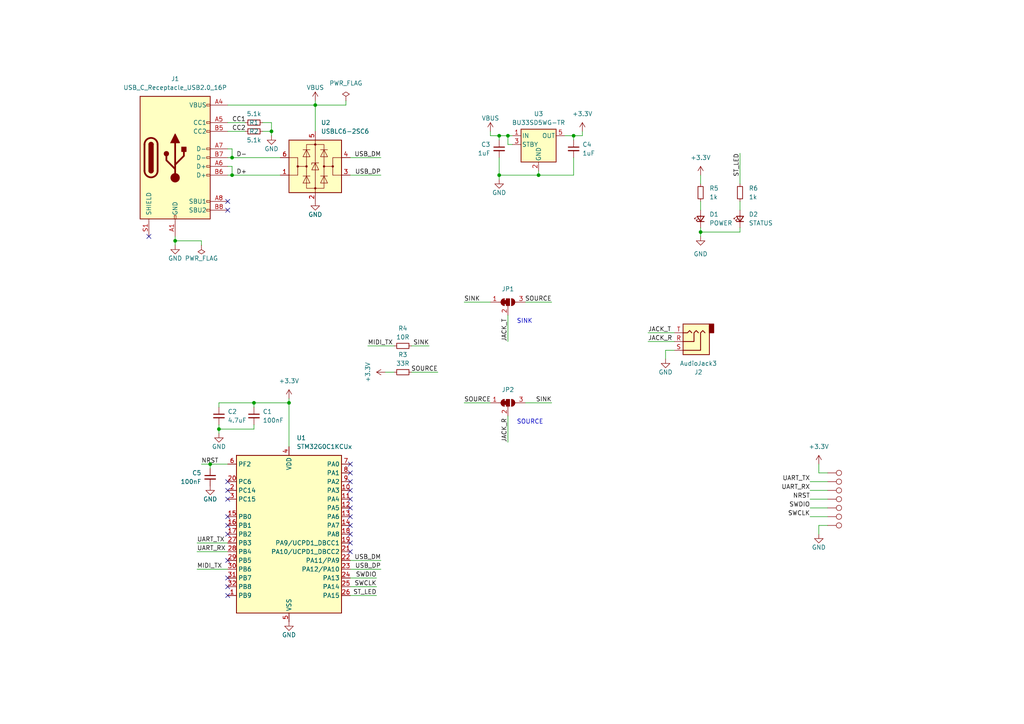
<source format=kicad_sch>
(kicad_sch (version 20230121) (generator eeschema)
  (paper "A4")
  (lib_symbols
    (symbol "Connector:TestPoint" (pin_numbers hide) (pin_names (offset 0.762) hide)
      (property "Reference" "TP" (at 0 6.858 0))
      (property "Value" "TestPoint" (at 0 5.08 0))
      (symbol "TestPoint_0_1"
        (circle (center 0 3.302) (radius 0.762))
      )
      (symbol "TestPoint_1_1"
        (pin passive line (at 0 0 90) (length 2.54) (name "1") (number "1"))
      )
    )
    (symbol "Connector:USB_C_Receptacle_USB2.0_16P" (pin_names (offset 1.016))
      (property "Reference" "J" (at 0 22.225 0))
      (property "Value" "USB_C_Receptacle_USB2.0_16P" (at 0 19.685 0))
      (symbol "USB_C_Receptacle_USB2.0_16P_0_0"
        (rectangle (start -0.254 -17.78) (end 0.254 -16.764))
        (rectangle (start 10.16 -14.986) (end 9.144 -15.494))
        (rectangle (start 10.16 -12.446) (end 9.144 -12.954))
        (rectangle (start 10.16 -4.826) (end 9.144 -5.334))
        (rectangle (start 10.16 -2.286) (end 9.144 -2.794))
        (rectangle (start 10.16 0.254) (end 9.144 -0.254))
        (rectangle (start 10.16 2.794) (end 9.144 2.286))
        (rectangle (start 10.16 7.874) (end 9.144 7.366))
        (rectangle (start 10.16 10.414) (end 9.144 9.906))
        (rectangle (start 10.16 15.494) (end 9.144 14.986))
      )
      (symbol "USB_C_Receptacle_USB2.0_16P_0_1"
        (rectangle (start -10.16 17.78) (end 10.16 -17.78) (stroke (width 0.254)) (fill (type background)))
        (arc (start -8.89 -3.81) (mid -6.985 -5.7067) (end -5.08 -3.81) (stroke (width 0.508)))
        (arc (start -7.62 -3.81) (mid -6.985 -4.4423) (end -6.35 -3.81) (stroke (width 0.254)))
        (arc (start -7.62 -3.81) (mid -6.985 -4.4423) (end -6.35 -3.81) (stroke (width 0.254)) (fill (type outline)))
        (rectangle (start -7.62 -3.81) (end -6.35 3.81) (stroke (width 0.254)) (fill (type outline)))
        (arc (start -6.35 3.81) (mid -6.985 4.4423) (end -7.62 3.81) (stroke (width 0.254)))
        (arc (start -6.35 3.81) (mid -6.985 4.4423) (end -7.62 3.81) (stroke (width 0.254)) (fill (type outline)))
        (arc (start -5.08 3.81) (mid -6.985 5.7067) (end -8.89 3.81) (stroke (width 0.508)))
        (circle (center -2.54 1.143) (radius 0.635) (stroke (width 0.254)) (fill (type outline)))
        (circle (center 0 -5.842) (radius 1.27) (fill (type outline)))
        (polyline (pts (xy -8.89 -3.81) (xy -8.89 3.81)) (stroke (width 0.508)))
        (polyline (pts (xy -5.08 3.81) (xy -5.08 -3.81)) (stroke (width 0.508)))
        (polyline (pts (xy 0 -5.842) (xy 0 4.318)) (stroke (width 0.508)))
        (polyline (pts (xy 0 -3.302) (xy -2.54 -0.762) (xy -2.54 0.508)) (stroke (width 0.508)))
        (polyline (pts (xy 0 -2.032) (xy 2.54 0.508) (xy 2.54 1.778)) (stroke (width 0.508)))
        (polyline (pts (xy -1.27 4.318) (xy 0 6.858) (xy 1.27 4.318) (xy -1.27 4.318)) (stroke (width 0.254)) (fill (type outline)))
        (rectangle (start 1.905 1.778) (end 3.175 3.048) (stroke (width 0.254)) (fill (type outline)))
      )
      (symbol "USB_C_Receptacle_USB2.0_16P_1_1"
        (pin passive line (at 0 -22.86 90) (length 5.08) (name "GND") (number "A1"))
        (pin passive line (at 0 -22.86 90) (length 5.08) hide (name "GND") (number "A12"))
        (pin passive line (at 15.24 15.24 180) (length 5.08) (name "VBUS") (number "A4"))
        (pin bidirectional line (at 15.24 10.16 180) (length 5.08) (name "CC1") (number "A5"))
        (pin bidirectional line (at 15.24 -2.54 180) (length 5.08) (name "D+") (number "A6"))
        (pin bidirectional line (at 15.24 2.54 180) (length 5.08) (name "D-") (number "A7"))
        (pin bidirectional line (at 15.24 -12.7 180) (length 5.08) (name "SBU1") (number "A8"))
        (pin passive line (at 15.24 15.24 180) (length 5.08) hide (name "VBUS") (number "A9"))
        (pin passive line (at 0 -22.86 90) (length 5.08) hide (name "GND") (number "B1"))
        (pin passive line (at 0 -22.86 90) (length 5.08) hide (name "GND") (number "B12"))
        (pin passive line (at 15.24 15.24 180) (length 5.08) hide (name "VBUS") (number "B4"))
        (pin bidirectional line (at 15.24 7.62 180) (length 5.08) (name "CC2") (number "B5"))
        (pin bidirectional line (at 15.24 -5.08 180) (length 5.08) (name "D+") (number "B6"))
        (pin bidirectional line (at 15.24 0 180) (length 5.08) (name "D-") (number "B7"))
        (pin bidirectional line (at 15.24 -15.24 180) (length 5.08) (name "SBU2") (number "B8"))
        (pin passive line (at 15.24 15.24 180) (length 5.08) hide (name "VBUS") (number "B9"))
        (pin passive line (at -7.62 -22.86 90) (length 5.08) (name "SHIELD") (number "S1"))
      )
    )
    (symbol "Connector_Audio:AudioJack3"
      (property "Reference" "J" (at 0 8.89 0))
      (property "Value" "AudioJack3" (at 0 6.35 0))
      (symbol "AudioJack3_0_1"
        (rectangle (start -5.08 -5.08) (end -6.35 -2.54) (stroke (width 0.254)) (fill (type outline)))
        (polyline (pts (xy 0 -2.54) (xy 0.635 -3.175) (xy 1.27 -2.54) (xy 2.54 -2.54)) (stroke (width 0.254)))
        (polyline (pts (xy -1.905 -2.54) (xy -1.27 -3.175) (xy -0.635 -2.54) (xy -0.635 0) (xy 2.54 0)) (stroke (width 0.254)))
        (polyline (pts (xy 2.54 2.54) (xy -2.54 2.54) (xy -2.54 -2.54) (xy -3.175 -3.175) (xy -3.81 -2.54)) (stroke (width 0.254)))
        (rectangle (start 2.54 3.81) (end -5.08 -5.08) (stroke (width 0.254)) (fill (type background)))
      )
      (symbol "AudioJack3_1_1"
        (pin passive line (at 5.08 0 180) (length 2.54) (name "~") (number "R"))
        (pin passive line (at 5.08 2.54 180) (length 2.54) (name "~") (number "S"))
        (pin passive line (at 5.08 -2.54 180) (length 2.54) (name "~") (number "T"))
      )
    )
    (symbol "Device:C_Small" (pin_numbers hide) (pin_names (offset 0.254) hide)
      (property "Reference" "C" (at 0.254 1.778 0))
      (property "Value" "C_Small" (at 0.254 -2.032 0))
      (symbol "C_Small_0_1"
        (polyline (pts (xy -1.524 -0.508) (xy 1.524 -0.508)) (stroke (width 0.3302)))
        (polyline (pts (xy -1.524 0.508) (xy 1.524 0.508)) (stroke (width 0.3048)))
      )
      (symbol "C_Small_1_1"
        (pin passive line (at 0 2.54 270) (length 2.032) (name "~") (number "1"))
        (pin passive line (at 0 -2.54 90) (length 2.032) (name "~") (number "2"))
      )
    )
    (symbol "Device:LED_Small" (pin_numbers hide) (pin_names (offset 0.254) hide)
      (property "Reference" "D" (at -1.27 3.175 0))
      (property "Value" "LED_Small" (at -4.445 -2.54 0))
      (symbol "LED_Small_0_1"
        (polyline (pts (xy -0.762 -1.016) (xy -0.762 1.016)) (stroke (width 0.254)))
        (polyline (pts (xy 1.016 0) (xy -0.762 0)))
        (polyline (pts (xy 0.762 -1.016) (xy -0.762 0) (xy 0.762 1.016) (xy 0.762 -1.016)) (stroke (width 0.254)))
        (polyline (pts (xy 0 0.762) (xy -0.508 1.27) (xy -0.254 1.27) (xy -0.508 1.27) (xy -0.508 1.016)))
        (polyline (pts (xy 0.508 1.27) (xy 0 1.778) (xy 0.254 1.778) (xy 0 1.778) (xy 0 1.524)))
      )
      (symbol "LED_Small_1_1"
        (pin passive line (at -2.54 0 0) (length 1.778) (name "K") (number "1"))
        (pin passive line (at 2.54 0 180) (length 1.778) (name "A") (number "2"))
      )
    )
    (symbol "Device:R_Small" (pin_numbers hide) (pin_names (offset 0.254) hide)
      (property "Reference" "R" (at 0.762 0.508 0))
      (property "Value" "R_Small" (at 0.762 -1.016 0))
      (symbol "R_Small_0_1"
        (rectangle (start -0.762 1.778) (end 0.762 -1.778) (stroke (width 0.2032)))
      )
      (symbol "R_Small_1_1"
        (pin passive line (at 0 2.54 270) (length 0.762) (name "~") (number "1"))
        (pin passive line (at 0 -2.54 90) (length 0.762) (name "~") (number "2"))
      )
    )
    (symbol "Jumper:SolderJumper_3_Bridged12" (pin_names (offset 0) hide)
      (property "Reference" "JP" (at -2.54 -2.54 0))
      (property "Value" "SolderJumper_3_Bridged12" (at 0 2.794 0))
      (symbol "SolderJumper_3_Bridged12_0_1"
        (rectangle (start -1.016 0.508) (end -0.508 -0.508) (fill (type outline)))
        (arc (start -1.016 1.016) (mid -2.0276 0) (end -1.016 -1.016))
        (arc (start -1.016 1.016) (mid -2.0276 0) (end -1.016 -1.016) (fill (type outline)))
        (rectangle (start -0.508 1.016) (end 0.508 -1.016) (fill (type outline)))
        (polyline (pts (xy -2.54 0) (xy -2.032 0)))
        (polyline (pts (xy -1.016 1.016) (xy -1.016 -1.016)))
        (polyline (pts (xy 0 -1.27) (xy 0 -1.016)))
        (polyline (pts (xy 1.016 1.016) (xy 1.016 -1.016)))
        (polyline (pts (xy 2.54 0) (xy 2.032 0)))
        (arc (start 1.016 -1.016) (mid 2.0276 0) (end 1.016 1.016))
        (arc (start 1.016 -1.016) (mid 2.0276 0) (end 1.016 1.016) (fill (type outline)))
      )
      (symbol "SolderJumper_3_Bridged12_1_1"
        (pin passive line (at -5.08 0 0) (length 2.54) (name "A") (number "1"))
        (pin passive line (at 0 -3.81 90) (length 2.54) (name "C") (number "2"))
        (pin passive line (at 5.08 0 180) (length 2.54) (name "B") (number "3"))
      )
    )
    (symbol "MCU_ST_STM32G0:STM32G0C1KCUx"
      (property "Reference" "U" (at -15.24 24.13 0))
      (property "Value" "STM32G0C1KCUx" (at 2.54 24.13 0))
      (symbol "STM32G0C1KCUx_0_1"
        (rectangle (start -15.24 -22.86) (end 15.24 22.86) (stroke (width 0.254)) (fill (type background)))
      )
      (symbol "STM32G0C1KCUx_1_1"
        (pin bidirectional line (at -17.78 -17.78 0) (length 2.54) (name "PB9") (number "1"))
        (pin bidirectional line (at 17.78 12.7 180) (length 2.54) (name "PA3") (number "10"))
        (pin bidirectional line (at 17.78 10.16 180) (length 2.54) (name "PA4") (number "11"))
        (pin bidirectional line (at 17.78 7.62 180) (length 2.54) (name "PA5") (number "12"))
        (pin bidirectional line (at 17.78 5.08 180) (length 2.54) (name "PA6") (number "13"))
        (pin bidirectional line (at 17.78 2.54 180) (length 2.54) (name "PA7") (number "14"))
        (pin bidirectional line (at -17.78 5.08 0) (length 2.54) (name "PB0") (number "15"))
        (pin bidirectional line (at -17.78 2.54 0) (length 2.54) (name "PB1") (number "16"))
        (pin bidirectional line (at -17.78 0 0) (length 2.54) (name "PB2") (number "17"))
        (pin bidirectional line (at 17.78 0 180) (length 2.54) (name "PA8") (number "18"))
        (pin bidirectional line (at 17.78 -2.54 180) (length 2.54) (name "PA9/UCPD1_DBCC1") (number "19"))
        (pin bidirectional line (at -17.78 12.7 0) (length 2.54) (name "PC14") (number "2"))
        (pin bidirectional line (at -17.78 15.24 0) (length 2.54) (name "PC6") (number "20"))
        (pin bidirectional line (at 17.78 -5.08 180) (length 2.54) (name "PA10/UCPD1_DBCC2") (number "21"))
        (pin bidirectional line (at 17.78 -7.62 180) (length 2.54) (name "PA11/PA9") (number "22"))
        (pin bidirectional line (at 17.78 -10.16 180) (length 2.54) (name "PA12/PA10") (number "23"))
        (pin bidirectional line (at 17.78 -12.7 180) (length 2.54) (name "PA13") (number "24"))
        (pin bidirectional line (at 17.78 -15.24 180) (length 2.54) (name "PA14") (number "25"))
        (pin bidirectional line (at 17.78 -17.78 180) (length 2.54) (name "PA15") (number "26"))
        (pin bidirectional line (at -17.78 -2.54 0) (length 2.54) (name "PB3") (number "27"))
        (pin bidirectional line (at -17.78 -5.08 0) (length 2.54) (name "PB4") (number "28"))
        (pin bidirectional line (at -17.78 -7.62 0) (length 2.54) (name "PB5") (number "29"))
        (pin bidirectional line (at -17.78 10.16 0) (length 2.54) (name "PC15") (number "3"))
        (pin bidirectional line (at -17.78 -10.16 0) (length 2.54) (name "PB6") (number "30"))
        (pin bidirectional line (at -17.78 -12.7 0) (length 2.54) (name "PB7") (number "31"))
        (pin bidirectional line (at -17.78 -15.24 0) (length 2.54) (name "PB8") (number "32"))
        (pin passive line (at 0 -25.4 90) (length 2.54) hide (name "VSS") (number "33"))
        (pin power_in line (at 0 25.4 270) (length 2.54) (name "VDD") (number "4"))
        (pin power_in line (at 0 -25.4 90) (length 2.54) (name "VSS") (number "5"))
        (pin bidirectional line (at -17.78 20.32 0) (length 2.54) (name "PF2") (number "6"))
        (pin bidirectional line (at 17.78 20.32 180) (length 2.54) (name "PA0") (number "7"))
        (pin bidirectional line (at 17.78 17.78 180) (length 2.54) (name "PA1") (number "8"))
        (pin bidirectional line (at 17.78 15.24 180) (length 2.54) (name "PA2") (number "9"))
      )
    )
    (symbol "Power_Protection:USBLC6-2SC6" (pin_names hide)
      (property "Reference" "U" (at 2.54 8.89 0))
      (property "Value" "USBLC6-2SC6" (at 2.54 -8.89 0))
      (symbol "USBLC6-2SC6_0_1"
        (rectangle (start -7.62 -7.62) (end 7.62 7.62) (stroke (width 0.254)) (fill (type background)))
        (circle (center -5.08 0) (radius 0.254) (fill (type outline)))
        (circle (center -2.54 0) (radius 0.254) (fill (type outline)))
        (rectangle (start -2.54 6.35) (end 2.54 -6.35))
        (circle (center 0 -6.35) (radius 0.254) (fill (type outline)))
        (polyline (pts (xy -5.08 -2.54) (xy -7.62 -2.54)))
        (polyline (pts (xy -5.08 0) (xy -5.08 -2.54)))
        (polyline (pts (xy -5.08 2.54) (xy -7.62 2.54)))
        (polyline (pts (xy -1.524 -2.794) (xy -3.556 -2.794)))
        (polyline (pts (xy -1.524 4.826) (xy -3.556 4.826)))
        (polyline (pts (xy 0 -7.62) (xy 0 -6.35)))
        (polyline (pts (xy 0 -6.35) (xy 0 1.27)))
        (polyline (pts (xy 0 1.27) (xy 0 6.35)))
        (polyline (pts (xy 0 6.35) (xy 0 7.62)))
        (polyline (pts (xy 1.524 -2.794) (xy 3.556 -2.794)))
        (polyline (pts (xy 1.524 4.826) (xy 3.556 4.826)))
        (polyline (pts (xy 5.08 -2.54) (xy 7.62 -2.54)))
        (polyline (pts (xy 5.08 0) (xy 5.08 -2.54)))
        (polyline (pts (xy 5.08 2.54) (xy 7.62 2.54)))
        (polyline (pts (xy -2.54 0) (xy -5.08 0) (xy -5.08 2.54)))
        (polyline (pts (xy 2.54 0) (xy 5.08 0) (xy 5.08 2.54)))
        (polyline (pts (xy -3.556 -4.826) (xy -1.524 -4.826) (xy -2.54 -2.794) (xy -3.556 -4.826)))
        (polyline (pts (xy -3.556 2.794) (xy -1.524 2.794) (xy -2.54 4.826) (xy -3.556 2.794)))
        (polyline (pts (xy -1.016 -1.016) (xy 1.016 -1.016) (xy 0 1.016) (xy -1.016 -1.016)))
        (polyline (pts (xy 1.016 1.016) (xy 0.762 1.016) (xy -1.016 1.016) (xy -1.016 0.508)))
        (polyline (pts (xy 3.556 -4.826) (xy 1.524 -4.826) (xy 2.54 -2.794) (xy 3.556 -4.826)))
        (polyline (pts (xy 3.556 2.794) (xy 1.524 2.794) (xy 2.54 4.826) (xy 3.556 2.794)))
        (circle (center 0 6.35) (radius 0.254) (fill (type outline)))
        (circle (center 2.54 0) (radius 0.254) (fill (type outline)))
        (circle (center 5.08 0) (radius 0.254) (fill (type outline)))
      )
      (symbol "USBLC6-2SC6_1_1"
        (pin passive line (at -10.16 -2.54 0) (length 2.54) (name "I/O1") (number "1"))
        (pin passive line (at 0 -10.16 90) (length 2.54) (name "GND") (number "2"))
        (pin passive line (at 10.16 -2.54 180) (length 2.54) (name "I/O2") (number "3"))
        (pin passive line (at 10.16 2.54 180) (length 2.54) (name "I/O2") (number "4"))
        (pin passive line (at 0 10.16 270) (length 2.54) (name "VBUS") (number "5"))
        (pin passive line (at -10.16 2.54 0) (length 2.54) (name "I/O1") (number "6"))
      )
    )
    (symbol "WITNS_ROHM:BU33SD5WG-TR" (pin_names (offset 0.254))
      (property "Reference" "U?" (at 0 10.16 0))
      (property "Value" "BU33SD5WG-TR" (at 0 7.62 0))
      (symbol "BU33SD5WG-TR_0_1"
        (rectangle (start -5.08 4.445) (end 5.08 -5.08) (stroke (width 0.254)) (fill (type background)))
      )
      (symbol "BU33SD5WG-TR_1_1"
        (pin power_in line (at -7.62 2.54 0) (length 2.54) (name "IN") (number "1"))
        (pin power_in line (at 0 -7.62 90) (length 2.54) (name "GND") (number "2"))
        (pin input line (at -7.62 0 0) (length 2.54) (name "STBY") (number "3"))
        (pin no_connect line (at 5.08 0 180) (length 2.54) hide (name "NC") (number "4"))
        (pin power_out line (at 7.62 2.54 180) (length 2.54) (name "OUT") (number "5"))
      )
    )
    (symbol "power:+3.3V" (power) (pin_names (offset 0))
      (property "Value" "+3.3V" (at 0 3.556 0))
      (symbol "+3.3V_0_1"
        (polyline (pts (xy -0.762 1.27) (xy 0 2.54)))
        (polyline (pts (xy 0 0) (xy 0 2.54)))
        (polyline (pts (xy 0 2.54) (xy 0.762 1.27)))
      )
      (symbol "+3.3V_1_1"
        (pin power_in line (at 0 0 90) (length 0) hide (name "+3.3V") (number "1"))
      )
    )
    (symbol "power:GND" (power) (pin_names (offset 0))
      (property "Value" "GND" (at 0 -3.81 0))
      (symbol "GND_0_1"
        (polyline (pts (xy 0 0) (xy 0 -1.27) (xy 1.27 -1.27) (xy 0 -2.54) (xy -1.27 -1.27) (xy 0 -1.27)))
      )
      (symbol "GND_1_1"
        (pin power_in line (at 0 0 270) (length 0) hide (name "GND") (number "1"))
      )
    )
    (symbol "power:PWR_FLAG" (power) (pin_numbers hide) (pin_names (offset 0) hide)
      (property "Value" "PWR_FLAG" (at 0 3.81 0))
      (symbol "PWR_FLAG_0_0"
        (pin power_out line (at 0 0 90) (length 0) (name "pwr") (number "1"))
      )
      (symbol "PWR_FLAG_0_1"
        (polyline (pts (xy 0 0) (xy 0 1.27) (xy -1.016 1.905) (xy 0 2.54) (xy 1.016 1.905) (xy 0 1.27)))
      )
    )
    (symbol "power:VBUS" (power) (pin_names (offset 0))
      (property "Value" "VBUS" (at 0 3.81 0))
      (symbol "VBUS_0_1"
        (polyline (pts (xy -0.762 1.27) (xy 0 2.54)))
        (polyline (pts (xy 0 0) (xy 0 2.54)))
        (polyline (pts (xy 0 2.54) (xy 0.762 1.27)))
      )
      (symbol "VBUS_1_1"
        (pin power_in line (at 0 0 90) (length 0) hide (name "VBUS") (number "1"))
      )
    )
  )
  (junction (at 83.82 116.84))
  (junction (at 156.21 50.8))
  (junction (at 63.5 124.46))
  (junction (at 144.78 39.37))
  (junction (at 147.32 39.37))
  (junction (at 91.44 30.48))
  (junction (at 203.2 67.31))
  (junction (at 50.8 69.85))
  (junction (at 67.31 50.8))
  (junction (at 144.78 50.8))
  (junction (at 78.74 38.1))
  (junction (at 73.66 116.84))
  (junction (at 60.96 134.62))
  (junction (at 67.31 45.72))
  (junction (at 166.37 39.37))
  (no_connect (at 101.6 137.16))
  (no_connect (at 66.04 149.86))
  (no_connect (at 66.04 152.4))
  (no_connect (at 66.04 60.96))
  (no_connect (at 66.04 167.64))
  (no_connect (at 101.6 147.32))
  (no_connect (at 66.04 142.24))
  (no_connect (at 66.04 162.56))
  (no_connect (at 66.04 139.7))
  (no_connect (at 43.18 68.58))
  (no_connect (at 101.6 154.94))
  (no_connect (at 101.6 139.7))
  (no_connect (at 101.6 142.24))
  (no_connect (at 101.6 157.48))
  (no_connect (at 66.04 172.72))
  (no_connect (at 66.04 144.78))
  (no_connect (at 66.04 170.18))
  (no_connect (at 66.04 58.42))
  (no_connect (at 101.6 152.4))
  (no_connect (at 101.6 160.02))
  (no_connect (at 101.6 134.62))
  (no_connect (at 101.6 144.78))
  (no_connect (at 101.6 149.86))
  (no_connect (at 66.04 154.94))
  (wire (pts (xy 156.21 50.8) (xy 166.37 50.8)))
  (wire (pts (xy 119.38 107.95) (xy 127 107.95)))
  (wire (pts (xy 57.15 157.48) (xy 66.04 157.48)))
  (wire (pts (xy 66.04 50.8) (xy 67.31 50.8)))
  (wire (pts (xy 152.4 87.63) (xy 160.02 87.63)))
  (wire (pts (xy 147.32 91.44) (xy 147.32 99.06)))
  (wire (pts (xy 203.2 67.31) (xy 203.2 68.58)))
  (wire (pts (xy 101.6 170.18) (xy 109.22 170.18)))
  (wire (pts (xy 66.04 35.56) (xy 71.12 35.56)))
  (wire (pts (xy 142.24 39.37) (xy 144.78 39.37)))
  (wire (pts (xy 101.6 172.72) (xy 109.22 172.72)))
  (wire (pts (xy 166.37 39.37) (xy 166.37 40.64)))
  (wire (pts (xy 214.63 44.45) (xy 214.63 53.34)))
  (wire (pts (xy 156.21 50.8) (xy 144.78 50.8)))
  (wire (pts (xy 73.66 116.84) (xy 63.5 116.84)))
  (wire (pts (xy 187.96 96.52) (xy 195.58 96.52)))
  (wire (pts (xy 78.74 35.56) (xy 76.2 35.56)))
  (wire (pts (xy 203.2 58.42) (xy 203.2 60.96)))
  (wire (pts (xy 66.04 43.18) (xy 67.31 43.18)))
  (wire (pts (xy 234.95 149.86) (xy 240.03 149.86)))
  (wire (pts (xy 78.74 38.1) (xy 78.74 35.56)))
  (wire (pts (xy 144.78 50.8) (xy 144.78 45.72)))
  (wire (pts (xy 66.04 45.72) (xy 67.31 45.72)))
  (wire (pts (xy 237.49 134.62) (xy 237.49 137.16)))
  (wire (pts (xy 67.31 48.26) (xy 67.31 50.8)))
  (wire (pts (xy 237.49 154.94) (xy 237.49 152.4)))
  (wire (pts (xy 134.62 87.63) (xy 142.24 87.63)))
  (wire (pts (xy 63.5 123.19) (xy 63.5 124.46)))
  (wire (pts (xy 66.04 30.48) (xy 91.44 30.48)))
  (wire (pts (xy 83.82 115.57) (xy 83.82 116.84)))
  (wire (pts (xy 67.31 43.18) (xy 67.31 45.72)))
  (wire (pts (xy 60.96 134.62) (xy 60.96 135.89)))
  (wire (pts (xy 78.74 39.37) (xy 78.74 38.1)))
  (wire (pts (xy 100.33 30.48) (xy 91.44 30.48)))
  (wire (pts (xy 63.5 124.46) (xy 63.5 125.73)))
  (wire (pts (xy 234.95 142.24) (xy 240.03 142.24)))
  (wire (pts (xy 58.42 69.85) (xy 50.8 69.85)))
  (wire (pts (xy 193.04 101.6) (xy 195.58 101.6)))
  (wire (pts (xy 66.04 38.1) (xy 71.12 38.1)))
  (wire (pts (xy 83.82 116.84) (xy 73.66 116.84)))
  (wire (pts (xy 76.2 38.1) (xy 78.74 38.1)))
  (wire (pts (xy 111.76 107.95) (xy 114.3 107.95)))
  (wire (pts (xy 203.2 50.8) (xy 203.2 53.34)))
  (wire (pts (xy 152.4 116.84) (xy 160.02 116.84)))
  (wire (pts (xy 57.15 165.1) (xy 66.04 165.1)))
  (wire (pts (xy 66.04 48.26) (xy 67.31 48.26)))
  (wire (pts (xy 144.78 39.37) (xy 144.78 40.64)))
  (wire (pts (xy 193.04 104.14) (xy 193.04 101.6)))
  (wire (pts (xy 203.2 66.04) (xy 203.2 67.31)))
  (wire (pts (xy 119.38 100.33) (xy 124.46 100.33)))
  (wire (pts (xy 166.37 39.37) (xy 168.91 39.37)))
  (wire (pts (xy 58.42 134.62) (xy 60.96 134.62)))
  (wire (pts (xy 214.63 67.31) (xy 214.63 66.04)))
  (wire (pts (xy 147.32 39.37) (xy 144.78 39.37)))
  (wire (pts (xy 234.95 139.7) (xy 240.03 139.7)))
  (wire (pts (xy 168.91 39.37) (xy 168.91 38.1)))
  (wire (pts (xy 144.78 50.8) (xy 144.78 52.07)))
  (wire (pts (xy 67.31 45.72) (xy 81.28 45.72)))
  (wire (pts (xy 63.5 124.46) (xy 73.66 124.46)))
  (wire (pts (xy 106.68 100.33) (xy 114.3 100.33)))
  (wire (pts (xy 101.6 45.72) (xy 110.49 45.72)))
  (wire (pts (xy 100.33 29.21) (xy 100.33 30.48)))
  (wire (pts (xy 142.24 39.37) (xy 142.24 38.1)))
  (wire (pts (xy 67.31 50.8) (xy 81.28 50.8)))
  (wire (pts (xy 50.8 71.12) (xy 50.8 69.85)))
  (wire (pts (xy 147.32 120.65) (xy 147.32 128.27)))
  (wire (pts (xy 73.66 124.46) (xy 73.66 123.19)))
  (wire (pts (xy 73.66 116.84) (xy 73.66 118.11)))
  (wire (pts (xy 156.21 50.8) (xy 156.21 49.53)))
  (wire (pts (xy 214.63 58.42) (xy 214.63 60.96)))
  (wire (pts (xy 83.82 116.84) (xy 83.82 129.54)))
  (wire (pts (xy 101.6 50.8) (xy 110.49 50.8)))
  (wire (pts (xy 147.32 39.37) (xy 148.59 39.37)))
  (wire (pts (xy 50.8 69.85) (xy 50.8 68.58)))
  (wire (pts (xy 237.49 152.4) (xy 240.03 152.4)))
  (wire (pts (xy 60.96 134.62) (xy 66.04 134.62)))
  (wire (pts (xy 101.6 167.64) (xy 109.22 167.64)))
  (wire (pts (xy 147.32 41.91) (xy 147.32 39.37)))
  (wire (pts (xy 166.37 50.8) (xy 166.37 45.72)))
  (wire (pts (xy 237.49 137.16) (xy 240.03 137.16)))
  (wire (pts (xy 163.83 39.37) (xy 166.37 39.37)))
  (wire (pts (xy 234.95 147.32) (xy 240.03 147.32)))
  (wire (pts (xy 101.6 165.1) (xy 110.49 165.1)))
  (wire (pts (xy 63.5 116.84) (xy 63.5 118.11)))
  (wire (pts (xy 57.15 160.02) (xy 66.04 160.02)))
  (wire (pts (xy 187.96 99.06) (xy 195.58 99.06)))
  (wire (pts (xy 234.95 144.78) (xy 240.03 144.78)))
  (wire (pts (xy 91.44 30.48) (xy 91.44 38.1)))
  (wire (pts (xy 101.6 162.56) (xy 110.49 162.56)))
  (wire (pts (xy 203.2 67.31) (xy 214.63 67.31)))
  (wire (pts (xy 91.44 30.48) (xy 91.44 29.21)))
  (wire (pts (xy 58.42 71.12) (xy 58.42 69.85)))
  (wire (pts (xy 148.59 41.91) (xy 147.32 41.91)))
  (wire (pts (xy 134.62 116.84) (xy 142.24 116.84)))
  (text "SOURCE" (at 149.86 123.19 0) (effects (font (size 1.27 1.27)) (justify left bottom)))
  (text "SINK" (at 149.86 93.98 0) (effects (font (size 1.27 1.27)) (justify left bottom)))
  (label "SOURCE" (at 160.02 87.63 180))
  (label "SWDIO" (at 234.95 147.32 180))
  (label "MIDI_TX" (at 106.68 100.33 0))
  (label "JACK_T" (at 187.96 96.52 0))
  (label "UART_RX" (at 234.95 142.24 180))
  (label "ST_LED" (at 109.22 172.72 180))
  (label "USB_DM" (at 110.49 162.56 180))
  (label "USB_DM" (at 110.49 45.72 180))
  (label "UART_RX" (at 57.15 160.02 0))
  (label "NRST" (at 234.95 144.78 180))
  (label "ST_LED" (at 214.63 44.45 270))
  (label "JACK_R" (at 147.32 128.27 90))
  (label "JACK_R" (at 187.96 99.06 0))
  (label "SWCLK" (at 234.95 149.86 180))
  (label "SOURCE" (at 134.62 116.84 0))
  (label "JACK_T" (at 147.32 99.06 90))
  (label "NRST" (at 58.42 134.62 0))
  (label "MIDI_TX" (at 57.15 165.1 0))
  (label "SINK" (at 134.62 87.63 0))
  (label "SWCLK" (at 109.22 170.18 180))
  (label "SWDIO" (at 109.22 167.64 180))
  (label "SINK" (at 160.02 116.84 180))
  (label "UART_TX" (at 234.95 139.7 180))
  (label "SINK" (at 124.46 100.33 180))
  (label "USB_DP" (at 110.49 165.1 180))
  (label "SOURCE" (at 127 107.95 180))
  (label "UART_TX" (at 57.15 157.48 0))
  (label "D-" (at 68.58 45.72 0))
  (label "CC1" (at 67.31 35.56 0))
  (label "CC2" (at 67.31 38.1 0))
  (label "D+" (at 68.58 50.8 0))
  (label "USB_DP" (at 110.49 50.8 180))
  (symbol (lib_id "Device:C_Small") (at 144.78 43.18 0) (unit 1)
    (property "Reference" "C3" (at 142.24 41.91 0) (effects (justify right)))
    (property "Value" "1uF" (at 142.24 44.45 0) (effects (justify right)))
    (property "Footprint" "Capacitor_SMD:C_0402_1005Metric" (effects hide))
  )
  (symbol (lib_id "Device:C_Small") (at 63.5 120.65 0) (unit 1)
    (property "Reference" "C2" (at 66.04 119.3863 0) (effects (justify left)))
    (property "Value" "4.7uF" (at 66.04 121.9263 0) (effects (justify left)))
    (property "Footprint" "Capacitor_SMD:C_0402_1005Metric" (effects hide))
  )
  (symbol (lib_id "power:VBUS") (at 142.24 38.1 0) (unit 1)
    (property "Reference" "#PWR07" (effects hide))
    (property "Value" "VBUS" (at 142.24 34.29 0))
  )
  (symbol (lib_id "Connector:TestPoint") (at 240.03 147.32 270) (unit 1)
    (property "Reference" "TP4" (effects hide))
    (property "Value" "TestPoint" (effects hide))
    (property "Footprint" "TestPoint:TestPoint_Pad_D1.0mm" (effects hide))
  )
  (symbol (lib_id "Connector:TestPoint") (at 240.03 149.86 270) (unit 1)
    (property "Reference" "TP5" (effects hide))
    (property "Value" "TestPoint" (effects hide))
    (property "Footprint" "TestPoint:TestPoint_Pad_D1.0mm" (effects hide))
  )
  (symbol (lib_id "WITNS_ROHM:BU33SD5WG-TR") (at 156.21 41.91 0) (unit 1)
    (property "Reference" "U3" (at 156.21 33.02 0))
    (property "Value" "BU33SD5WG-TR" (at 156.21 35.56 0))
    (property "Footprint" "Package_TO_SOT_SMD:SOT-23-5" (effects hide))
    (property "Datasheet" "https://fscdn.rohm.com/en/products/databook/datasheet/ic/power/linear_regulator/buxxsd5wg-e.pdf" (effects hide))
  )
  (symbol (lib_id "Device:C_Small") (at 73.66 120.65 0) (unit 1)
    (property "Reference" "C1" (at 76.2 119.3863 0) (effects (justify left)))
    (property "Value" "100nF" (at 76.2 121.9263 0) (effects (justify left)))
    (property "Footprint" "Capacitor_SMD:C_0402_1005Metric" (effects hide))
  )
  (symbol (lib_id "Device:R_Small") (at 116.84 107.95 90) (unit 1)
    (property "Reference" "R3" (at 116.84 102.87 90))
    (property "Value" "33R" (at 116.84 105.41 90))
    (property "Footprint" "Resistor_SMD:R_0805_2012Metric" (effects hide))
  )
  (symbol (lib_id "MCU_ST_STM32G0:STM32G0C1KCUx") (at 83.82 154.94 0) (unit 1)
    (property "Reference" "U1" (at 86.0141 127 0) (effects (justify left)))
    (property "Value" "STM32G0C1KCUx" (at 86.0141 129.54 0) (effects (justify left)))
    (property "Footprint" "Package_DFN_QFN:QFN-32-1EP_5x5mm_P0.5mm_EP3.45x3.45mm" (effects hide))
    (property "Datasheet" "https://www.st.com/resource/en/datasheet/stm32g0c1kc.pdf" (effects hide))
    (property "Mouser" "511-STM32G0C1KCU6" (effects hide))
  )
  (symbol (lib_id "power:GND") (at 83.82 180.34 0) (unit 1)
    (property "Reference" "#PWR02" (effects hide))
    (property "Value" "GND" (at 83.82 184.15 0))
  )
  (symbol (lib_id "Device:C_Small") (at 60.96 138.43 0) (mirror y) (unit 1)
    (property "Reference" "C5" (at 58.42 137.1663 0) (effects (justify left)))
    (property "Value" "100nF" (at 58.42 139.7063 0) (effects (justify left)))
    (property "Footprint" "Capacitor_SMD:C_0402_1005Metric" (effects hide))
  )
  (symbol (lib_id "Device:R_Small") (at 116.84 100.33 90) (unit 1)
    (property "Reference" "R4" (at 116.84 95.25 90))
    (property "Value" "10R" (at 116.84 97.79 90))
    (property "Footprint" "Resistor_SMD:R_0805_2012Metric" (effects hide))
  )
  (symbol (lib_id "power:GND") (at 237.49 154.94 0) (unit 1)
    (property "Reference" "#PWR015" (effects hide))
    (property "Value" "GND" (at 237.49 158.75 0))
  )
  (symbol (lib_id "Connector:TestPoint") (at 240.03 137.16 270) (unit 1)
    (property "Reference" "TP7" (effects hide))
    (property "Value" "TestPoint" (effects hide))
    (property "Footprint" "TestPoint:TestPoint_Pad_D1.0mm" (effects hide))
  )
  (symbol (lib_id "power:+3.3V") (at 168.91 38.1 0) (unit 1)
    (property "Reference" "#PWR09" (effects hide))
    (property "Value" "+3.3V" (at 168.91 33.02 0))
  )
  (symbol (lib_id "Connector:TestPoint") (at 240.03 139.7 270) (unit 1)
    (property "Reference" "TP1" (effects hide))
    (property "Value" "TestPoint" (effects hide))
    (property "Footprint" "TestPoint:TestPoint_Pad_D1.0mm" (effects hide))
  )
  (symbol (lib_id "Jumper:SolderJumper_3_Bridged12") (at 147.32 116.84 0) (unit 1)
    (property "Reference" "JP2" (at 147.32 113.03 0))
    (property "Value" "SolderJumper_3_Bridged12" (effects hide))
    (property "Footprint" "Jumper:SolderJumper-3_P1.3mm_Bridged12_RoundedPad1.0x1.5mm" (effects hide))
  )
  (symbol (lib_id "Connector:USB_C_Receptacle_USB2.0_16P") (at 50.8 45.72 0) (unit 1)
    (property "Reference" "J1" (at 50.8 22.86 0))
    (property "Value" "USB_C_Receptacle_USB2.0_16P" (at 50.8 25.4 0))
    (property "Footprint" "Connector_USB:USB_C_Receptacle_HRO_TYPE-C-31-M-12" (effects hide))
    (property "Datasheet" "https://www.usb.org/sites/default/files/documents/usb_type-c.zip" (effects hide))
  )
  (symbol (lib_id "power:GND") (at 78.74 39.37 0) (unit 1)
    (property "Reference" "#PWR08" (effects hide))
    (property "Value" "GND" (at 78.74 43.18 0))
  )
  (symbol (lib_id "Connector:TestPoint") (at 240.03 144.78 270) (unit 1)
    (property "Reference" "TP3" (effects hide))
    (property "Value" "TestPoint" (effects hide))
    (property "Footprint" "TestPoint:TestPoint_Pad_D1.0mm" (effects hide))
  )
  (symbol (lib_id "power:+3.3V") (at 83.82 115.57 0) (unit 1)
    (property "Reference" "#PWR01" (effects hide))
    (property "Value" "+3.3V" (at 83.82 110.49 0))
  )
  (symbol (lib_id "power:+3.3V") (at 111.76 107.95 90) (mirror x) (unit 1)
    (property "Reference" "#PWR012" (effects hide))
    (property "Value" "+3.3V" (at 106.68 107.95 0))
  )
  (symbol (lib_id "power:+3.3V") (at 237.49 134.62 0) (unit 1)
    (property "Reference" "#PWR017" (effects hide))
    (property "Value" "+3.3V" (at 237.49 129.54 0))
  )
  (symbol (lib_id "power:GND") (at 60.96 140.97 0) (unit 1)
    (property "Reference" "#PWR016" (effects hide))
    (property "Value" "GND" (at 60.96 144.78 0))
  )
  (symbol (lib_id "Device:LED_Small") (at 203.2 63.5 90) (unit 1)
    (property "Reference" "D1" (at 205.74 62.1665 90) (effects (justify right)))
    (property "Value" "POWER" (at 205.74 64.7065 90) (effects (justify right)))
    (property "Footprint" "LED_SMD:LED_0603_1608Metric" (effects hide))
  )
  (symbol (lib_id "power:+3.3V") (at 203.2 50.8 0) (unit 1)
    (property "Reference" "#PWR014" (effects hide))
    (property "Value" "+3.3V" (at 203.2 45.72 0))
  )
  (symbol (lib_id "Device:R_Small") (at 203.2 55.88 180) (unit 1)
    (property "Reference" "R5" (at 205.74 54.61 0) (effects (justify right)))
    (property "Value" "1k" (at 205.74 57.15 0) (effects (justify right)))
    (property "Footprint" "Resistor_SMD:R_0603_1608Metric" (effects hide))
  )
  (symbol (lib_id "Jumper:SolderJumper_3_Bridged12") (at 147.32 87.63 0) (unit 1)
    (property "Reference" "JP1" (at 147.32 83.82 0))
    (property "Value" "SolderJumper_3_Bridged12" (effects hide))
    (property "Footprint" "Jumper:SolderJumper-3_P1.3mm_Bridged12_RoundedPad1.0x1.5mm" (effects hide))
  )
  (symbol (lib_id "Power_Protection:USBLC6-2SC6") (at 91.44 48.26 0) (unit 1)
    (property "Reference" "U2" (at 93.0911 35.56 0) (effects (justify left)))
    (property "Value" "USBLC6-2SC6" (at 93.0911 38.1 0) (effects (justify left)))
    (property "Footprint" "Package_TO_SOT_SMD:SOT-23-6" (effects hide))
    (property "Datasheet" "https://www.st.com/resource/en/datasheet/usblc6-2.pdf" (effects hide))
  )
  (symbol (lib_id "Connector:TestPoint") (at 240.03 152.4 270) (unit 1)
    (property "Reference" "TP6" (effects hide))
    (property "Value" "TestPoint" (effects hide))
    (property "Footprint" "TestPoint:TestPoint_Pad_D1.0mm" (effects hide))
  )
  (symbol (lib_id "Connector_Audio:AudioJack3") (at 200.66 99.06 180) (unit 1)
    (property "Reference" "J2" (at 202.565 107.95 0))
    (property "Value" "AudioJack3" (at 202.565 105.41 0))
    (property "Footprint" "Connector_Audio:Jack_3.5mm_CUI_SJ-3523-SMT_Horizontal" (effects hide))
    (property "Mouser" " 490-SJ-3523-SMT-TR" (effects hide))
  )
  (symbol (lib_id "Connector:TestPoint") (at 240.03 142.24 270) (unit 1)
    (property "Reference" "TP2" (effects hide))
    (property "Value" "TestPoint" (effects hide))
    (property "Footprint" "TestPoint:TestPoint_Pad_D1.0mm" (effects hide))
  )
  (symbol (lib_id "power:PWR_FLAG") (at 58.42 71.12 180) (unit 1)
    (property "Reference" "#FLG01" (effects hide))
    (property "Value" "PWR_FLAG" (at 58.42 74.93 0))
  )
  (symbol (lib_id "power:GND") (at 50.8 71.12 0) (unit 1)
    (property "Reference" "#PWR06" (effects hide))
    (property "Value" "GND" (at 50.8 74.93 0))
  )
  (symbol (lib_id "Device:LED_Small") (at 214.63 63.5 90) (unit 1)
    (property "Reference" "D2" (at 217.17 62.1665 90) (effects (justify right)))
    (property "Value" "STATUS" (at 217.17 64.7065 90) (effects (justify right)))
    (property "Footprint" "LED_SMD:LED_0603_1608Metric" (effects hide))
  )
  (symbol (lib_id "Device:R_Small") (at 73.66 35.56 90) (unit 1)
    (property "Reference" "R1" (at 73.66 35.56 90))
    (property "Value" "5.1k" (at 73.66 33.02 90))
    (property "Footprint" "Resistor_SMD:R_0402_1005Metric" (effects hide))
  )
  (symbol (lib_id "power:GND") (at 193.04 104.14 0) (unit 1)
    (property "Reference" "#PWR011" (effects hide))
    (property "Value" "GND" (at 193.04 107.95 0))
  )
  (symbol (lib_id "power:VBUS") (at 91.44 29.21 0) (unit 1)
    (property "Reference" "#PWR05" (effects hide))
    (property "Value" "VBUS" (at 91.44 25.4 0))
  )
  (symbol (lib_id "power:GND") (at 144.78 52.07 0) (unit 1)
    (property "Reference" "#PWR010" (effects hide))
    (property "Value" "GND" (at 144.78 55.88 0))
  )
  (symbol (lib_id "Device:R_Small") (at 73.66 38.1 90) (unit 1)
    (property "Reference" "R2" (at 73.66 38.1 90))
    (property "Value" "5.1k" (at 73.66 40.64 90))
    (property "Footprint" "Resistor_SMD:R_0402_1005Metric" (effects hide))
  )
  (symbol (lib_id "power:GND") (at 203.2 68.58 0) (unit 1)
    (property "Reference" "#PWR013" (effects hide))
    (property "Value" "GND" (at 203.2 73.66 0))
  )
  (symbol (lib_id "power:GND") (at 91.44 58.42 0) (unit 1)
    (property "Reference" "#PWR04" (effects hide))
    (property "Value" "GND" (at 91.44 62.23 0))
  )
  (symbol (lib_id "power:PWR_FLAG") (at 100.33 29.21 0) (unit 1)
    (property "Reference" "#FLG02" (effects hide))
    (property "Value" "PWR_FLAG" (at 100.33 24.13 0))
  )
  (symbol (lib_id "power:GND") (at 63.5 125.73 0) (unit 1)
    (property "Reference" "#PWR03" (effects hide))
    (property "Value" "GND" (at 63.5 129.54 0))
  )
  (symbol (lib_id "Device:C_Small") (at 166.37 43.18 0) (unit 1)
    (property "Reference" "C4" (at 168.91 41.9163 0) (effects (justify left)))
    (property "Value" "1uF" (at 168.91 44.4563 0) (effects (justify left)))
    (property "Footprint" "Capacitor_SMD:C_0402_1005Metric" (effects hide))
  )
  (symbol (lib_id "Device:R_Small") (at 214.63 55.88 180) (unit 1)
    (property "Reference" "R6" (at 217.17 54.61 0) (effects (justify right)))
    (property "Value" "1k" (at 217.17 57.15 0) (effects (justify right)))
    (property "Footprint" "Resistor_SMD:R_0603_1608Metric" (effects hide))
  )
)
</source>
